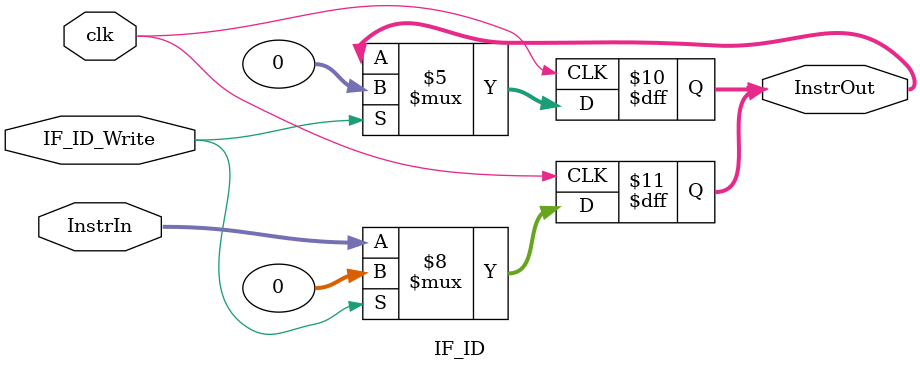
<source format=v>
module IF_ID(
	// Outputs
	output reg [31:0]InstrOut,
	// Inputs
	input wire [31:0]InstrIn,
	input wire IF_ID_Write, clk
);

	always @ (posedge clk)
	begin
		if (IF_ID_Write == 1) InstrOut <= 31'b0;
		else InstrOut <= InstrIn;
	end
	
	always @ (negedge clk)
	begin
		if (IF_ID_Write == 1) InstrOut <= 31'b0;
	end
endmodule
</source>
